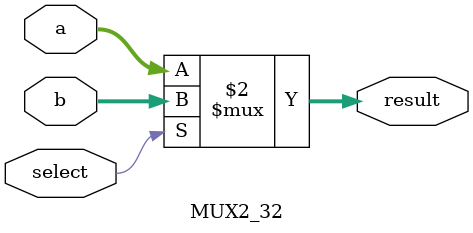
<source format=v>
module MUX2_32(
            input[31:0] a, b,       //0 1
            input select,
            output[31:0] result);   // output 

assign result = select == 1'b1 ? b: a;


endmodule
</source>
